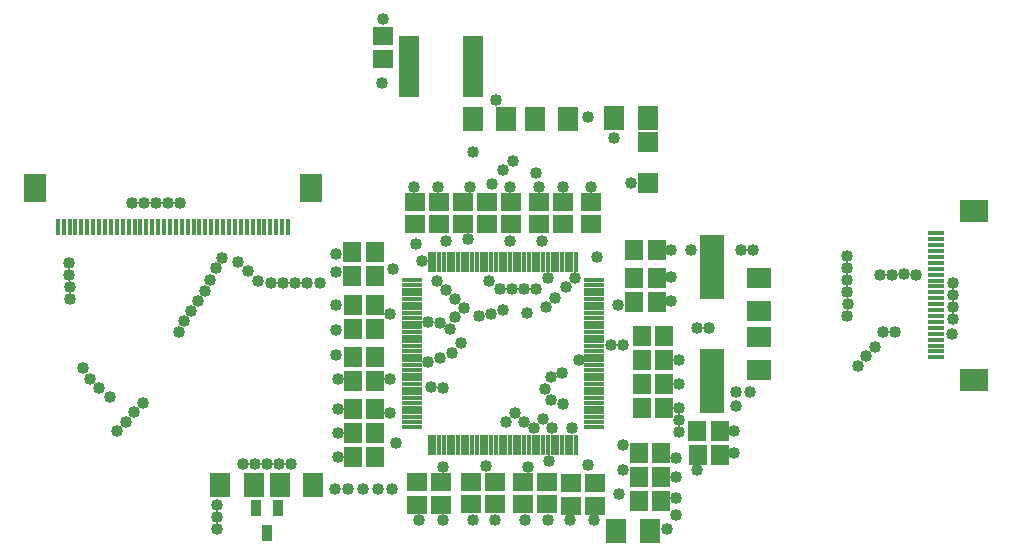
<source format=gbr>
G04 EAGLE Gerber RS-274X export*
G75*
%MOMM*%
%FSLAX34Y34*%
%LPD*%
%INSoldermask Top*%
%IPPOS*%
%AMOC8*
5,1,8,0,0,1.08239X$1,22.5*%
G01*
%ADD10R,1.803200X2.003200*%
%ADD11R,1.503200X1.703200*%
%ADD12R,2.003200X1.803200*%
%ADD13R,0.400000X1.400000*%
%ADD14R,1.900000X2.350000*%
%ADD15R,1.803200X2.006200*%
%ADD16R,1.678200X0.403200*%
%ADD17R,0.403200X1.678200*%
%ADD18R,0.853200X1.453200*%
%ADD19R,1.703200X1.503200*%
%ADD20R,2.133600X5.537200*%
%ADD21R,1.703200X1.703200*%
%ADD22R,1.400000X0.400000*%
%ADD23R,2.350000X1.900000*%
%ADD24R,1.723200X0.643200*%
%ADD25C,1.016000*%


D10*
X585967Y396494D03*
X613967Y396494D03*
X563929Y396494D03*
X535929Y396494D03*
D11*
X911810Y482092D03*
X892810Y482092D03*
D12*
X991508Y571530D03*
X991508Y543530D03*
X991508Y493492D03*
X991508Y521492D03*
D13*
X593200Y615200D03*
X588200Y615200D03*
X583200Y615200D03*
X578200Y615200D03*
X573200Y615200D03*
X568200Y615200D03*
X563200Y615200D03*
X558200Y615200D03*
X553200Y615200D03*
X548200Y615200D03*
X543200Y615200D03*
X538200Y615200D03*
X533200Y615200D03*
X528200Y615200D03*
X523200Y615200D03*
X518200Y615200D03*
X513200Y615200D03*
X508200Y615200D03*
X503200Y615200D03*
X498200Y615200D03*
X493200Y615200D03*
X488200Y615200D03*
X483200Y615200D03*
X478200Y615200D03*
X473200Y615200D03*
X468200Y615200D03*
X463200Y615200D03*
X458200Y615200D03*
X453200Y615200D03*
X448200Y615200D03*
X443200Y615200D03*
X438200Y615200D03*
X433200Y615200D03*
X428200Y615200D03*
X423200Y615200D03*
X418200Y615200D03*
X413200Y615200D03*
X408200Y615200D03*
X403200Y615200D03*
X398200Y615200D03*
D14*
X379200Y647700D03*
X612200Y647700D03*
D15*
X897981Y707097D03*
X869541Y707097D03*
X899556Y357632D03*
X871116Y357632D03*
D11*
X911810Y522732D03*
X892810Y522732D03*
D16*
X852480Y446000D03*
X852480Y450000D03*
X852480Y454000D03*
X852480Y458000D03*
X852480Y462000D03*
X852480Y466000D03*
X852480Y470000D03*
X852480Y474000D03*
X852480Y478000D03*
X852480Y482000D03*
X852480Y486000D03*
X852480Y490000D03*
X852480Y494000D03*
X852480Y498000D03*
X852480Y502000D03*
X852480Y506000D03*
X852480Y510000D03*
X852480Y514000D03*
X852480Y518000D03*
X852480Y522000D03*
X852480Y526000D03*
X852480Y530000D03*
X852480Y534000D03*
X852480Y538000D03*
X852480Y542000D03*
X852480Y546000D03*
X852480Y550000D03*
X852480Y554000D03*
X852480Y558000D03*
X852480Y562000D03*
X852480Y566000D03*
X852480Y570000D03*
D17*
X837100Y585380D03*
X833100Y585380D03*
X829100Y585380D03*
X825100Y585380D03*
X821100Y585380D03*
X817100Y585380D03*
X813100Y585380D03*
X809100Y585380D03*
X805100Y585380D03*
X801100Y585380D03*
X797100Y585380D03*
X793100Y585380D03*
X789100Y585380D03*
X785100Y585380D03*
X781100Y585380D03*
X777100Y585380D03*
X773100Y585380D03*
X769100Y585380D03*
X765100Y585380D03*
X761100Y585380D03*
X757100Y585380D03*
X753100Y585380D03*
X749100Y585380D03*
X745100Y585380D03*
X741100Y585380D03*
X737100Y585380D03*
X733100Y585380D03*
X729100Y585380D03*
X725100Y585380D03*
X721100Y585380D03*
X717100Y585380D03*
X713100Y585380D03*
D16*
X697720Y570000D03*
X697720Y566000D03*
X697720Y562000D03*
X697720Y558000D03*
X697720Y554000D03*
X697720Y550000D03*
X697720Y546000D03*
X697720Y542000D03*
X697720Y538000D03*
X697720Y534000D03*
X697720Y530000D03*
X697720Y526000D03*
X697720Y522000D03*
X697720Y518000D03*
X697720Y514000D03*
X697720Y510000D03*
X697720Y506000D03*
X697720Y502000D03*
X697720Y498000D03*
X697720Y494000D03*
X697720Y490000D03*
X697720Y486000D03*
X697720Y482000D03*
X697720Y478000D03*
X697720Y474000D03*
X697720Y470000D03*
X697720Y466000D03*
X697720Y462000D03*
X697720Y458000D03*
X697720Y454000D03*
X697720Y450000D03*
X697720Y446000D03*
D17*
X713100Y430620D03*
X717100Y430620D03*
X721100Y430620D03*
X725100Y430620D03*
X729100Y430620D03*
X733100Y430620D03*
X737100Y430620D03*
X741100Y430620D03*
X745100Y430620D03*
X749100Y430620D03*
X753100Y430620D03*
X757100Y430620D03*
X761100Y430620D03*
X765100Y430620D03*
X769100Y430620D03*
X773100Y430620D03*
X777100Y430620D03*
X781100Y430620D03*
X785100Y430620D03*
X789100Y430620D03*
X793100Y430620D03*
X797100Y430620D03*
X801100Y430620D03*
X805100Y430620D03*
X809100Y430620D03*
X813100Y430620D03*
X817100Y430620D03*
X821100Y430620D03*
X825100Y430620D03*
X829100Y430620D03*
X833100Y430620D03*
X837100Y430620D03*
D18*
X584829Y377022D03*
X565829Y377022D03*
X575329Y356022D03*
D19*
X768242Y399136D03*
X768242Y380136D03*
X812438Y399136D03*
X812438Y380136D03*
X853078Y378866D03*
X853078Y397866D03*
D11*
X909314Y382778D03*
X890314Y382778D03*
X890270Y423418D03*
X909270Y423418D03*
X958800Y442468D03*
X939800Y442468D03*
X886250Y551688D03*
X905250Y551688D03*
X892810Y502412D03*
X911810Y502412D03*
D19*
X781704Y617372D03*
X781704Y636372D03*
X720744Y617372D03*
X720744Y636372D03*
X825900Y617372D03*
X825900Y636372D03*
D11*
X886250Y595630D03*
X905250Y595630D03*
X666490Y573151D03*
X647490Y573151D03*
X666998Y528955D03*
X647998Y528955D03*
X666998Y484886D03*
X647998Y484886D03*
X666998Y440690D03*
X647998Y440690D03*
X666998Y420370D03*
X647998Y420370D03*
D19*
X702456Y398882D03*
X702456Y379882D03*
X747922Y399136D03*
X747922Y380136D03*
X792118Y399136D03*
X792118Y380136D03*
X832758Y378866D03*
X832758Y397866D03*
D11*
X890270Y403098D03*
X909270Y403098D03*
X958850Y422148D03*
X939850Y422148D03*
X911854Y461772D03*
X892854Y461772D03*
X886250Y572008D03*
X905250Y572008D03*
D19*
X849776Y617372D03*
X849776Y636372D03*
X805580Y617372D03*
X805580Y636372D03*
X761384Y617372D03*
X761384Y636372D03*
X741064Y617372D03*
X741064Y636372D03*
X700424Y617372D03*
X700424Y636372D03*
D11*
X666490Y593471D03*
X647490Y593471D03*
X666998Y549275D03*
X647998Y549275D03*
X666998Y505206D03*
X647998Y505206D03*
X666998Y461010D03*
X647998Y461010D03*
D19*
X722776Y398882D03*
X722776Y379882D03*
D20*
X951884Y484124D03*
X951884Y580644D03*
D21*
X897938Y651930D03*
X897938Y686930D03*
D22*
X1141500Y504600D03*
X1141500Y509600D03*
X1141500Y514600D03*
X1141500Y519600D03*
X1141500Y524600D03*
X1141500Y529600D03*
X1141500Y534600D03*
X1141500Y539600D03*
X1141500Y544600D03*
X1141500Y549600D03*
X1141500Y554600D03*
X1141500Y559600D03*
X1141500Y564600D03*
X1141500Y569600D03*
X1141500Y574600D03*
X1141500Y579600D03*
X1141500Y584600D03*
X1141500Y589600D03*
X1141500Y594600D03*
X1141500Y599600D03*
X1141500Y604600D03*
X1141500Y609600D03*
D23*
X1174000Y628600D03*
X1174000Y485600D03*
D24*
X695734Y772970D03*
X695734Y766570D03*
X695734Y760170D03*
X695734Y753770D03*
X695734Y747370D03*
X695734Y740970D03*
X695734Y734570D03*
X695734Y728170D03*
X750034Y728170D03*
X750034Y734570D03*
X750034Y740970D03*
X750034Y747370D03*
X750034Y753770D03*
X750034Y760170D03*
X750034Y766570D03*
X750034Y772970D03*
D10*
X778032Y706628D03*
X750032Y706628D03*
D19*
X673608Y757326D03*
X673608Y776326D03*
D15*
X830576Y706628D03*
X802136Y706628D03*
D25*
X679850Y486410D03*
X679850Y457200D03*
X682390Y579120D03*
X679850Y541020D03*
X684930Y431800D03*
X724300Y411480D03*
X761130Y412750D03*
X796690Y411480D03*
X872890Y548640D03*
X726840Y603250D03*
X745890Y604520D03*
X781450Y603250D03*
X808120Y603250D03*
X972820Y474980D03*
X854475Y589922D03*
X976630Y595630D03*
X934720Y595630D03*
X984250Y474980D03*
X972820Y463550D03*
X986790Y595630D03*
X554990Y414020D03*
X575310Y414020D03*
X585470Y414020D03*
X595630Y414020D03*
X565150Y414020D03*
X461010Y635000D03*
X471170Y635000D03*
X481330Y635000D03*
X491490Y635000D03*
X501650Y635000D03*
X939800Y529590D03*
X949960Y529590D03*
X839216Y501904D03*
X877062Y514858D03*
X924052Y482092D03*
X924306Y461772D03*
X876808Y430022D03*
X877062Y409194D03*
X971042Y442468D03*
X971042Y423672D03*
X921512Y385064D03*
X813733Y416985D03*
X852170Y366776D03*
X883666Y652018D03*
X1125220Y574548D03*
X1115060Y574802D03*
X1104900Y574548D03*
X1094740Y574548D03*
X673100Y736600D03*
X768858Y722122D03*
X817010Y444500D03*
X1089772Y512996D03*
X809390Y452120D03*
X1082693Y505663D03*
X801770Y444500D03*
X1076055Y496873D03*
X763670Y568960D03*
X1066800Y590550D03*
X825900Y464820D03*
X1066800Y580390D03*
X815740Y468405D03*
X1066800Y570230D03*
X811070Y478057D03*
X1066800Y560070D03*
X815740Y487680D03*
X1067054Y549910D03*
X825500Y491490D03*
X1066800Y539750D03*
X792880Y449580D03*
X1096518Y526204D03*
X785260Y457200D03*
X1107186Y526204D03*
X777640Y449580D03*
X1155192Y524510D03*
X833520Y444500D03*
X922020Y370840D03*
X634130Y576580D03*
X633495Y527685D03*
X635400Y486410D03*
X635400Y440690D03*
X635400Y420370D03*
X703980Y367030D03*
X749700Y367030D03*
X794150Y367030D03*
X917340Y572770D03*
X700170Y648970D03*
X747160Y648970D03*
X805580Y648970D03*
X850030Y648970D03*
X533400Y379730D03*
X533400Y369570D03*
X533400Y359410D03*
X914400Y359410D03*
X924560Y451612D03*
X939800Y408940D03*
X921512Y403098D03*
X832250Y366778D03*
X869569Y690499D03*
X1155954Y567690D03*
X1156208Y557530D03*
X1156208Y547370D03*
X1155954Y537210D03*
X408070Y584708D03*
X408178Y564388D03*
X408178Y554228D03*
X408040Y574548D03*
X673608Y791210D03*
X846836Y707898D03*
X782720Y562610D03*
X766210Y651510D03*
X792880Y562610D03*
X775100Y662940D03*
X803040Y562610D03*
X783990Y670560D03*
X772560Y562610D03*
X749700Y678180D03*
X813200Y571500D03*
X803040Y660400D03*
X634130Y591820D03*
X634130Y548640D03*
X634130Y506730D03*
X635400Y461010D03*
X724300Y367030D03*
X768750Y367030D03*
X813200Y367030D03*
X917340Y552450D03*
X917340Y595630D03*
X720490Y648970D03*
X781450Y648970D03*
X825900Y648970D03*
X632714Y392684D03*
X644144Y392684D03*
X656844Y392684D03*
X680974Y392684D03*
X669544Y392684D03*
X924052Y502412D03*
X866808Y514858D03*
X924560Y441452D03*
X921512Y419608D03*
X873760Y389128D03*
X847090Y413766D03*
X775100Y544830D03*
X419500Y495300D03*
X795420Y542290D03*
X425850Y486410D03*
X714140Y479425D03*
X433470Y478790D03*
X724300Y478790D03*
X442360Y471170D03*
X836060Y571500D03*
X448710Y441960D03*
X828440Y563880D03*
X456330Y449580D03*
X819550Y554990D03*
X462680Y458470D03*
X811930Y547370D03*
X470300Y466090D03*
X742080Y546100D03*
X620130Y567467D03*
X734460Y553720D03*
X609172Y567436D03*
X726840Y561340D03*
X598885Y567436D03*
X719220Y568960D03*
X588664Y567309D03*
X578377Y567182D03*
X706266Y585888D03*
X567328Y569214D03*
X701440Y600710D03*
X558946Y577342D03*
X754780Y539750D03*
X764940Y541020D03*
X551199Y585597D03*
X711600Y500380D03*
X500560Y525878D03*
X721760Y504190D03*
X505074Y535022D03*
X731920Y508000D03*
X510921Y543785D03*
X739540Y516890D03*
X516963Y552421D03*
X730650Y528320D03*
X522540Y561065D03*
X721760Y533400D03*
X527090Y570356D03*
X711600Y534670D03*
X532090Y579831D03*
X734460Y538480D03*
X537662Y588862D03*
M02*

</source>
